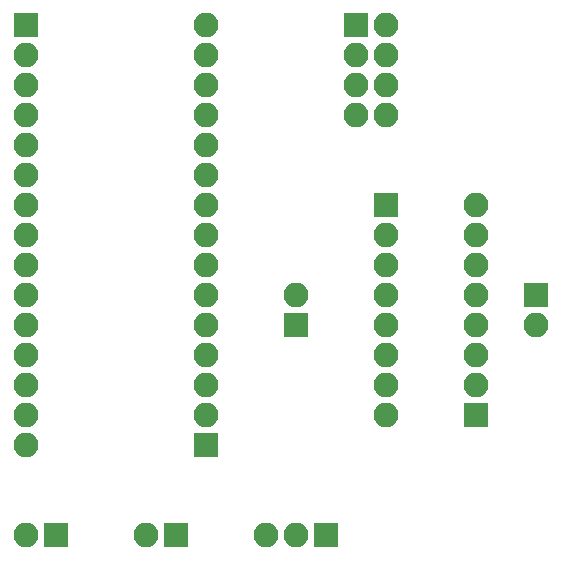
<source format=gts>
G04 #@! TF.FileFunction,Soldermask,Top*
%FSLAX46Y46*%
G04 Gerber Fmt 4.6, Leading zero omitted, Abs format (unit mm)*
G04 Created by KiCad (PCBNEW 4.0.7) date 02/27/18 09:42:24*
%MOMM*%
%LPD*%
G01*
G04 APERTURE LIST*
%ADD10C,0.100000*%
%ADD11R,2.100000X2.100000*%
%ADD12O,2.100000X2.100000*%
G04 APERTURE END LIST*
D10*
D11*
X182880000Y-127000000D03*
D12*
X180340000Y-127000000D03*
D11*
X185420000Y-119380000D03*
D12*
X185420000Y-116840000D03*
X185420000Y-114300000D03*
X185420000Y-111760000D03*
X185420000Y-109220000D03*
X185420000Y-106680000D03*
X185420000Y-104140000D03*
X185420000Y-101600000D03*
X185420000Y-99060000D03*
X185420000Y-96520000D03*
X185420000Y-93980000D03*
X185420000Y-91440000D03*
X185420000Y-88900000D03*
X185420000Y-86360000D03*
X185420000Y-83820000D03*
D11*
X208280000Y-116840000D03*
D12*
X208280000Y-114300000D03*
X208280000Y-111760000D03*
X208280000Y-109220000D03*
X208280000Y-106680000D03*
X208280000Y-104140000D03*
X208280000Y-101600000D03*
X208280000Y-99060000D03*
D11*
X200660000Y-99060000D03*
D12*
X200660000Y-101600000D03*
X200660000Y-104140000D03*
X200660000Y-106680000D03*
X200660000Y-109220000D03*
X200660000Y-111760000D03*
X200660000Y-114300000D03*
X200660000Y-116840000D03*
D11*
X193040000Y-109220000D03*
D12*
X193040000Y-106680000D03*
D11*
X213360000Y-106680000D03*
D12*
X213360000Y-109220000D03*
D11*
X198120000Y-83820000D03*
D12*
X200660000Y-83820000D03*
X198120000Y-86360000D03*
X200660000Y-86360000D03*
X198120000Y-88900000D03*
X200660000Y-88900000D03*
X198120000Y-91440000D03*
X200660000Y-91440000D03*
D11*
X195580000Y-127000000D03*
D12*
X193040000Y-127000000D03*
X190500000Y-127000000D03*
D11*
X172720000Y-127000000D03*
D12*
X170180000Y-127000000D03*
D11*
X170180000Y-83820000D03*
D12*
X170180000Y-86360000D03*
X170180000Y-88900000D03*
X170180000Y-91440000D03*
X170180000Y-93980000D03*
X170180000Y-96520000D03*
X170180000Y-99060000D03*
X170180000Y-101600000D03*
X170180000Y-104140000D03*
X170180000Y-106680000D03*
X170180000Y-109220000D03*
X170180000Y-111760000D03*
X170180000Y-114300000D03*
X170180000Y-116840000D03*
X170180000Y-119380000D03*
M02*

</source>
